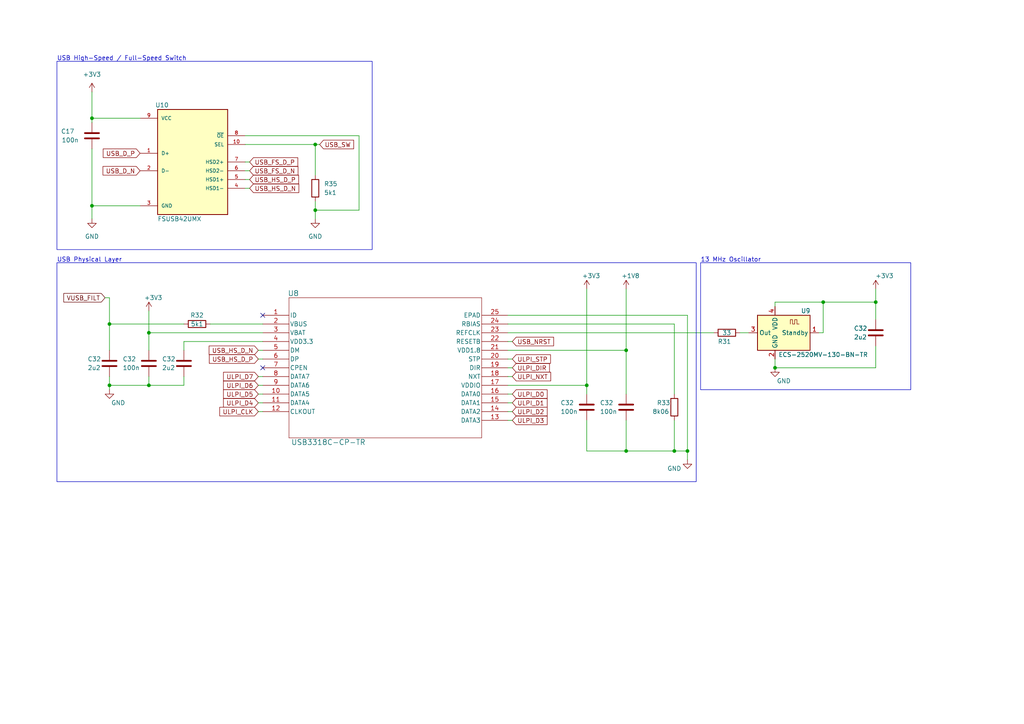
<source format=kicad_sch>
(kicad_sch (version 20230121) (generator eeschema)
  (paper "A4")
  (lib_symbols
    (symbol "Device:C" (pin_numbers hide) (pin_names (offset 0.254))
      (property "Reference" "C" (at 0.635 2.54 0))
      (property "Value" "C" (at 0.635 -2.54 0))
      (symbol "C_0_1"
        (polyline (pts (xy -2.032 -0.762) (xy 2.032 -0.762)) (stroke (width 0.508)))
        (polyline (pts (xy -2.032 0.762) (xy 2.032 0.762)) (stroke (width 0.508)))
      )
      (symbol "C_1_1"
        (pin passive line (at 0 3.81 270) (length 2.794) (name "~") (number "1"))
        (pin passive line (at 0 -3.81 90) (length 2.794) (name "~") (number "2"))
      )
    )
    (symbol "Device:R" (pin_numbers hide) (pin_names (offset 0))
      (property "Reference" "R" (at 2.032 0 90))
      (property "Value" "R" (at 0 0 90))
      (symbol "R_0_1"
        (rectangle (start -1.016 -2.54) (end 1.016 2.54) (stroke (width 0.254)))
      )
      (symbol "R_1_1"
        (pin passive line (at 0 3.81 270) (length 1.27) (name "~") (number "1"))
        (pin passive line (at 0 -3.81 90) (length 1.27) (name "~") (number "2"))
      )
    )
    (symbol "FSUSB42UMX:FSUSB42UMX" (pin_names (offset 1.016))
      (property "Reference" "U" (at -10.16 15.748 0))
      (property "Value" "FSUSB42UMX" (at -10.16 -17.78 0))
      (symbol "FSUSB42UMX_0_0"
        (rectangle (start -10.16 -15.24) (end 10.16 15.24) (stroke (width 0.254)) (fill (type background)))
        (pin bidirectional line (at 15.24 2.54 180) (length 5.08) (name "D+") (number "1"))
        (pin input line (at -15.24 5.08 0) (length 5.08) (name "SEL") (number "10"))
        (pin bidirectional line (at 15.24 -2.54 180) (length 5.08) (name "D-") (number "2"))
        (pin power_in line (at 15.24 -12.7 180) (length 5.08) (name "GND") (number "3"))
        (pin input line (at -15.24 -7.62 0) (length 5.08) (name "HSD1-") (number "4"))
        (pin input line (at -15.24 -5.08 0) (length 5.08) (name "HSD1+") (number "5"))
        (pin input line (at -15.24 -2.54 0) (length 5.08) (name "HSD2-") (number "6"))
        (pin input line (at -15.24 0 0) (length 5.08) (name "HSD2+") (number "7"))
        (pin input line (at -15.24 7.62 0) (length 5.08) (name "~{OE}") (number "8"))
        (pin power_in line (at 15.24 12.7 180) (length 5.08) (name "VCC") (number "9"))
      )
    )
    (symbol "Oscillator:ASDMB-xxxMHz"
      (property "Reference" "U" (at -6.35 6.35 0))
      (property "Value" "ASDMB-xxxMHz" (at 11.43 6.35 0))
      (symbol "ASDMB-xxxMHz_1_1"
        (rectangle (start -7.62 5.08) (end 7.62 -5.08) (stroke (width 0.254)) (fill (type background)))
        (polyline (pts (xy -4.445 2.54) (xy -3.81 2.54) (xy -3.81 3.81) (xy -3.175 3.81) (xy -3.175 2.54) (xy -2.54 2.54) (xy -2.54 3.81) (xy -1.905 3.81) (xy -1.905 2.54)))
        (pin input line (at -10.16 0 0) (length 2.54) (name "Standby") (number "1"))
        (pin power_in line (at 2.54 -7.62 90) (length 2.54) (name "GND") (number "2"))
        (pin output line (at 10.16 0 180) (length 2.54) (name "Out") (number "3"))
        (pin power_in line (at 2.54 7.62 270) (length 2.54) (name "VDD") (number "4"))
      )
    )
    (symbol "USB3318C-CP-TR:USB3318C-CP-TR" (pin_names (offset 0.254))
      (property "Reference" "U" (at 35.56 10.16 0))
      (property "Value" "USB3318C-CP-TR" (at 35.56 7.62 0))
      (symbol "USB3318C-CP-TR_0_1"
        (polyline (pts (xy 7.62 -35.56) (xy 63.5 -35.56)) (stroke (width 0.127)))
        (polyline (pts (xy 7.62 5.08) (xy 7.62 -35.56)) (stroke (width 0.127)))
        (polyline (pts (xy 63.5 -35.56) (xy 63.5 5.08)) (stroke (width 0.127)))
        (polyline (pts (xy 63.5 5.08) (xy 7.62 5.08)) (stroke (width 0.127)))
        (pin input line (at 0 0 0) (length 7.62) (name "ID") (number "1"))
        (pin bidirectional line (at 0 -22.86 0) (length 7.62) (name "DATA5") (number "10"))
        (pin bidirectional line (at 0 -25.4 0) (length 7.62) (name "DATA4") (number "11"))
        (pin output line (at 0 -27.94 0) (length 7.62) (name "CLKOUT") (number "12"))
        (pin bidirectional line (at 71.12 -30.48 180) (length 7.62) (name "DATA3") (number "13"))
        (pin bidirectional line (at 71.12 -27.94 180) (length 7.62) (name "DATA2") (number "14"))
        (pin bidirectional line (at 71.12 -25.4 180) (length 7.62) (name "DATA1") (number "15"))
        (pin bidirectional line (at 71.12 -22.86 180) (length 7.62) (name "DATA0") (number "16"))
        (pin power_in line (at 71.12 -20.32 180) (length 7.62) (name "VDDIO") (number "17"))
        (pin output line (at 71.12 -17.78 180) (length 7.62) (name "NXT") (number "18"))
        (pin output line (at 71.12 -15.24 180) (length 7.62) (name "DIR") (number "19"))
        (pin bidirectional line (at 0 -2.54 0) (length 7.62) (name "VBUS") (number "2"))
        (pin input line (at 71.12 -12.7 180) (length 7.62) (name "STP") (number "20"))
        (pin power_in line (at 71.12 -10.16 180) (length 7.62) (name "VDD1.8") (number "21"))
        (pin input line (at 71.12 -7.62 180) (length 7.62) (name "RESETB") (number "22"))
        (pin input line (at 71.12 -5.08 180) (length 7.62) (name "REFCLK") (number "23"))
        (pin unspecified line (at 71.12 -2.54 180) (length 7.62) (name "RBIAS") (number "24"))
        (pin unspecified line (at 71.12 0 180) (length 7.62) (name "EPAD") (number "25"))
        (pin power_in line (at 0 -5.08 0) (length 7.62) (name "VBAT") (number "3"))
        (pin power_in line (at 0 -7.62 0) (length 7.62) (name "VDD3.3") (number "4"))
        (pin bidirectional line (at 0 -10.16 0) (length 7.62) (name "DM") (number "5"))
        (pin bidirectional line (at 0 -12.7 0) (length 7.62) (name "DP") (number "6"))
        (pin output line (at 0 -15.24 0) (length 7.62) (name "CPEN") (number "7"))
        (pin bidirectional line (at 0 -17.78 0) (length 7.62) (name "DATA7") (number "8"))
        (pin bidirectional line (at 0 -20.32 0) (length 7.62) (name "DATA6") (number "9"))
      )
    )
    (symbol "power:+1V8" (power) (pin_names (offset 0))
      (property "Value" "+1V8" (at 0 3.556 0))
      (symbol "+1V8_0_1"
        (polyline (pts (xy -0.762 1.27) (xy 0 2.54)))
        (polyline (pts (xy 0 0) (xy 0 2.54)))
        (polyline (pts (xy 0 2.54) (xy 0.762 1.27)))
      )
      (symbol "+1V8_1_1"
        (pin power_in line (at 0 0 90) (length 0) hide (name "+1V8") (number "1"))
      )
    )
    (symbol "power:+3V3" (power) (pin_names (offset 0))
      (property "Value" "+3V3" (at 0 3.556 0))
      (symbol "+3V3_0_1"
        (polyline (pts (xy -0.762 1.27) (xy 0 2.54)))
        (polyline (pts (xy 0 0) (xy 0 2.54)))
        (polyline (pts (xy 0 2.54) (xy 0.762 1.27)))
      )
      (symbol "+3V3_1_1"
        (pin power_in line (at 0 0 90) (length 0) hide (name "+3V3") (number "1"))
      )
    )
    (symbol "power:GND" (power) (pin_names (offset 0))
      (property "Value" "GND" (at 0 -3.81 0))
      (symbol "GND_0_1"
        (polyline (pts (xy 0 0) (xy 0 -1.27) (xy 1.27 -1.27) (xy 0 -2.54) (xy -1.27 -1.27) (xy 0 -1.27)))
      )
      (symbol "GND_1_1"
        (pin power_in line (at 0 0 270) (length 0) hide (name "GND") (number "1"))
      )
    )
  )
  (junction (at 224.79 106.68))
  (junction (at 43.18 96.52))
  (junction (at 26.67 34.29))
  (junction (at 181.61 130.81))
  (junction (at 43.18 111.76))
  (junction (at 195.58 130.81))
  (junction (at 91.44 60.96))
  (junction (at 254 87.63))
  (junction (at 238.76 87.63))
  (junction (at 91.44 41.91))
  (junction (at 181.61 101.6))
  (junction (at 26.67 59.69))
  (junction (at 170.18 111.76))
  (junction (at 31.75 111.76))
  (junction (at 199.39 130.81))
  (junction (at 31.75 93.98))
  (no_connect (at 76.2 106.68))
  (no_connect (at 76.2 91.44))
  (wire (pts (xy 237.49 96.52) (xy 238.76 96.52)))
  (wire (pts (xy 148.59 114.3) (xy 147.32 114.3)))
  (wire (pts (xy 74.93 114.3) (xy 76.2 114.3)))
  (wire (pts (xy 53.34 109.22) (xy 53.34 111.76)))
  (wire (pts (xy 72.39 54.61) (xy 71.12 54.61)))
  (wire (pts (xy 26.67 59.69) (xy 40.64 59.69)))
  (wire (pts (xy 43.18 111.76) (xy 53.34 111.76)))
  (wire (pts (xy 254 100.33) (xy 254 106.68)))
  (wire (pts (xy 199.39 130.81) (xy 199.39 133.35)))
  (wire (pts (xy 31.75 86.36) (xy 31.75 93.98)))
  (wire (pts (xy 74.93 101.6) (xy 76.2 101.6)))
  (wire (pts (xy 72.39 46.99) (xy 71.12 46.99)))
  (wire (pts (xy 104.14 39.37) (xy 104.14 60.96)))
  (wire (pts (xy 254 106.68) (xy 224.79 106.68)))
  (wire (pts (xy 181.61 130.81) (xy 195.58 130.81)))
  (wire (pts (xy 31.75 111.76) (xy 31.75 113.03)))
  (wire (pts (xy 195.58 121.92) (xy 195.58 130.81)))
  (wire (pts (xy 104.14 60.96) (xy 91.44 60.96)))
  (wire (pts (xy 238.76 87.63) (xy 238.76 96.52)))
  (wire (pts (xy 224.79 106.68) (xy 224.79 104.14)))
  (wire (pts (xy 214.63 96.52) (xy 217.17 96.52)))
  (wire (pts (xy 91.44 60.96) (xy 91.44 63.5)))
  (wire (pts (xy 195.58 130.81) (xy 199.39 130.81)))
  (wire (pts (xy 195.58 93.98) (xy 195.58 114.3)))
  (wire (pts (xy 224.79 87.63) (xy 238.76 87.63)))
  (wire (pts (xy 170.18 83.82) (xy 170.18 111.76)))
  (wire (pts (xy 148.59 109.22) (xy 147.32 109.22)))
  (wire (pts (xy 181.61 121.92) (xy 181.61 130.81)))
  (wire (pts (xy 43.18 96.52) (xy 76.2 96.52)))
  (wire (pts (xy 195.58 93.98) (xy 147.32 93.98)))
  (wire (pts (xy 91.44 58.42) (xy 91.44 60.96)))
  (wire (pts (xy 74.93 111.76) (xy 76.2 111.76)))
  (wire (pts (xy 254 83.82) (xy 254 87.63)))
  (wire (pts (xy 181.61 101.6) (xy 181.61 114.3)))
  (wire (pts (xy 26.67 35.56) (xy 26.67 34.29)))
  (wire (pts (xy 74.93 104.14) (xy 76.2 104.14)))
  (wire (pts (xy 207.01 96.52) (xy 147.32 96.52)))
  (wire (pts (xy 26.67 26.67) (xy 26.67 34.29)))
  (wire (pts (xy 31.75 111.76) (xy 43.18 111.76)))
  (wire (pts (xy 147.32 111.76) (xy 170.18 111.76)))
  (wire (pts (xy 43.18 90.17) (xy 43.18 96.52)))
  (wire (pts (xy 170.18 121.92) (xy 170.18 130.81)))
  (wire (pts (xy 148.59 104.14) (xy 147.32 104.14)))
  (wire (pts (xy 170.18 111.76) (xy 170.18 114.3)))
  (wire (pts (xy 170.18 130.81) (xy 181.61 130.81)))
  (wire (pts (xy 60.96 93.98) (xy 76.2 93.98)))
  (wire (pts (xy 30.48 86.36) (xy 31.75 86.36)))
  (wire (pts (xy 43.18 96.52) (xy 43.18 101.6)))
  (wire (pts (xy 224.79 88.9) (xy 224.79 87.63)))
  (wire (pts (xy 31.75 93.98) (xy 53.34 93.98)))
  (wire (pts (xy 148.59 106.68) (xy 147.32 106.68)))
  (wire (pts (xy 74.93 119.38) (xy 76.2 119.38)))
  (wire (pts (xy 71.12 41.91) (xy 91.44 41.91)))
  (wire (pts (xy 74.93 116.84) (xy 76.2 116.84)))
  (wire (pts (xy 238.76 87.63) (xy 254 87.63)))
  (wire (pts (xy 31.75 109.22) (xy 31.75 111.76)))
  (wire (pts (xy 199.39 91.44) (xy 147.32 91.44)))
  (wire (pts (xy 71.12 39.37) (xy 104.14 39.37)))
  (wire (pts (xy 26.67 59.69) (xy 26.67 63.5)))
  (wire (pts (xy 199.39 91.44) (xy 199.39 130.81)))
  (wire (pts (xy 43.18 109.22) (xy 43.18 111.76)))
  (wire (pts (xy 147.32 116.84) (xy 148.59 116.84)))
  (wire (pts (xy 254 87.63) (xy 254 92.71)))
  (wire (pts (xy 181.61 83.82) (xy 181.61 101.6)))
  (wire (pts (xy 147.32 119.38) (xy 148.59 119.38)))
  (wire (pts (xy 91.44 41.91) (xy 92.71 41.91)))
  (wire (pts (xy 31.75 93.98) (xy 31.75 101.6)))
  (wire (pts (xy 147.32 101.6) (xy 181.61 101.6)))
  (wire (pts (xy 148.59 99.06) (xy 147.32 99.06)))
  (wire (pts (xy 91.44 41.91) (xy 91.44 50.8)))
  (wire (pts (xy 26.67 34.29) (xy 40.64 34.29)))
  (wire (pts (xy 53.34 99.06) (xy 76.2 99.06)))
  (wire (pts (xy 72.39 49.53) (xy 71.12 49.53)))
  (wire (pts (xy 72.39 52.07) (xy 71.12 52.07)))
  (wire (pts (xy 74.93 109.22) (xy 76.2 109.22)))
  (wire (pts (xy 53.34 101.6) (xy 53.34 99.06)))
  (wire (pts (xy 148.59 121.92) (xy 147.32 121.92)))
  (wire (pts (xy 26.67 43.18) (xy 26.67 59.69)))
  (rectangle (start 16.51 17.78) (end 107.95 72.39))
  (rectangle (start 16.51 76.2) (end 201.93 139.7))
  (rectangle (start 203.2 76.2) (end 264.16 113.03))
  (text "USB High-Speed / Full-Speed Switch" (at 16.51 17.78 0) (effects (font (size 1.27 1.27)) (justify left bottom)))
  (text "USB Physical Layer" (at 16.51 76.2 0) (effects (font (size 1.27 1.27)) (justify left bottom)))
  (text "13 MHz Oscillator" (at 203.2 76.2 0) (effects (font (size 1.27 1.27)) (justify left bottom)))
  (global_label "USB_FS_D_P" (shape input) (at 72.39 46.99 0) (property "Intersheetrefs" "${INTERSHEET_REFS}" (effects hide)))
  (global_label "USB_HS_D_P" (shape input) (at 74.93 104.14 180) (property "Intersheetrefs" "${INTERSHEET_REFS}" (effects hide)))
  (global_label "USB_SW" (shape input) (at 92.71 41.91 0) (property "Intersheetrefs" "${INTERSHEET_REFS}" (effects hide)))
  (global_label "ULPI_D3" (shape input) (at 148.59 121.92 0) (property "Intersheetrefs" "${INTERSHEET_REFS}" (effects hide)))
  (global_label "ULPI_NXT" (shape input) (at 148.59 109.22 0) (property "Intersheetrefs" "${INTERSHEET_REFS}" (effects hide)))
  (global_label "USB_HS_D_P" (shape input) (at 72.39 52.07 0) (property "Intersheetrefs" "${INTERSHEET_REFS}" (effects hide)))
  (global_label "ULPI_D0" (shape input) (at 148.59 114.3 0) (property "Intersheetrefs" "${INTERSHEET_REFS}" (effects hide)))
  (global_label "USB_HS_D_N" (shape input) (at 74.93 101.6 180) (property "Intersheetrefs" "${INTERSHEET_REFS}" (effects hide)))
  (global_label "ULPI_CLK" (shape input) (at 74.93 119.38 180) (property "Intersheetrefs" "${INTERSHEET_REFS}" (effects hide)))
  (global_label "ULPI_D6" (shape input) (at 74.93 111.76 180) (property "Intersheetrefs" "${INTERSHEET_REFS}" (effects hide)))
  (global_label "ULPI_D7" (shape input) (at 74.93 109.22 180) (property "Intersheetrefs" "${INTERSHEET_REFS}" (effects hide)))
  (global_label "ULPI_D2" (shape input) (at 148.59 119.38 0) (property "Intersheetrefs" "${INTERSHEET_REFS}" (effects hide)))
  (global_label "VUSB_FILT" (shape input) (at 30.48 86.36 180) (property "Intersheetrefs" "${INTERSHEET_REFS}" (effects hide)))
  (global_label "USB_FS_D_N" (shape input) (at 72.39 49.53 0) (property "Intersheetrefs" "${INTERSHEET_REFS}" (effects hide)))
  (global_label "ULPI_D5" (shape input) (at 74.93 114.3 180) (property "Intersheetrefs" "${INTERSHEET_REFS}" (effects hide)))
  (global_label "ULPI_D1" (shape input) (at 148.59 116.84 0) (property "Intersheetrefs" "${INTERSHEET_REFS}" (effects hide)))
  (global_label "USB_HS_D_N" (shape input) (at 72.39 54.61 0) (property "Intersheetrefs" "${INTERSHEET_REFS}" (effects hide)))
  (global_label "ULPI_D4" (shape input) (at 74.93 116.84 180) (property "Intersheetrefs" "${INTERSHEET_REFS}" (effects hide)))
  (global_label "USB_D_P" (shape input) (at 40.64 44.45 180) (property "Intersheetrefs" "${INTERSHEET_REFS}" (effects hide)))
  (global_label "USB_NRST" (shape input) (at 148.59 99.06 0) (property "Intersheetrefs" "${INTERSHEET_REFS}" (effects hide)))
  (global_label "USB_D_N" (shape input) (at 40.64 49.53 180) (property "Intersheetrefs" "${INTERSHEET_REFS}" (effects hide)))
  (global_label "ULPI_STP" (shape input) (at 148.59 104.14 0) (property "Intersheetrefs" "${INTERSHEET_REFS}" (effects hide)))
  (global_label "ULPI_DIR" (shape input) (at 148.59 106.68 0) (property "Intersheetrefs" "${INTERSHEET_REFS}" (effects hide)))
  (symbol (lib_id "power:GND") (at 26.67 63.5 0) (unit 1)
    (property "Reference" "#PWR069" (effects hide))
    (property "Value" "GND" (at 26.67 68.58 0))
    (instances (project "dsp-tb" (path "" (reference "#PWR069") (unit 1)) (path "" (reference "#PWR071") (unit 1))))
  )
  (symbol (lib_id "Device:C") (at 43.18 105.41 0) (unit 1)
    (property "Reference" "C32" (at 35.56 104.14 0) (effects (justify left)))
    (property "Value" "100n" (at 35.56 106.68 0) (effects (justify left)))
    (property "Footprint" "Capacitor_SMD:C_0402_1005Metric" (effects hide))
    (instances (project "dsp-tb" (path "" (reference "C32") (unit 1)) (path "" (reference "C41") (unit 1)) (path "" (reference "C54") (unit 1))))
  )
  (symbol (lib_id "power:+1V8") (at 181.61 83.82 0) (unit 1)
    (property "Reference" "#PWR010" (effects hide))
    (property "Value" "+1V8" (at 182.88 80.01 0))
    (instances (project "dsp-tb" (path "" (reference "#PWR010") (unit 1)) (path "" (reference "#PWR063") (unit 1))))
  )
  (symbol (lib_id "Device:C") (at 254 96.52 0) (unit 1)
    (property "Reference" "C32" (at 247.65 95.25 0) (effects (justify left)))
    (property "Value" "2u2" (at 247.65 97.79 0) (effects (justify left)))
    (property "Footprint" "Capacitor_SMD:C_0402_1005Metric" (effects hide))
    (instances (project "dsp-tb" (path "" (reference "C32") (unit 1)) (path "" (reference "C41") (unit 1)) (path "" (reference "C52") (unit 1))))
  )
  (symbol (lib_id "power:GND") (at 199.39 133.35 0) (unit 1)
    (property "Reference" "#PWR062" (effects hide))
    (property "Value" "GND" (at 195.58 135.89 0))
  )
  (symbol (lib_id "power:+3V3") (at 26.67 26.67 0) (unit 1)
    (property "Reference" "#PWR071" (effects hide))
    (property "Value" "+3V3" (at 26.67 21.59 0))
    (instances (project "dsp-tb" (path "" (reference "#PWR071") (unit 1)) (path "" (reference "#PWR070") (unit 1))))
  )
  (symbol (lib_id "FSUSB42UMX:FSUSB42UMX") (at 55.88 46.99 0) (mirror y) (unit 1)
    (property "Reference" "U10" (at 46.99 30.48 0))
    (property "Value" "FSUSB42UMX" (at 52.07 63.5 0))
    (property "Footprint" "footprints:IC_FSUSB42UMX" (effects hide))
    (property "MF" "onsemi" (effects hide))
    (property "Description" "\nUSB Switch IC 1 Channel 10-UMLP (1.8x1.4)\n" (effects hide))
    (property "Package" "None" (effects hide))
    (property "Price" "None" (effects hide))
    (property "Check_prices" "https://www.snapeda.com/parts/FSUSB42UMX/Onsemi/view-part/?ref=eda" (effects hide))
    (property "STANDARD" "Manufacturer Recommendations" (effects hide))
    (property "PARTREV" "1.25" (effects hide))
    (property "SnapEDA_Link" "https://www.snapeda.com/parts/FSUSB42UMX/Onsemi/view-part/?ref=snap" (effects hide))
    (property "MP" "FSUSB42UMX" (effects hide))
    (property "Purchase-URL" "https://pricing.snapeda.com/search?q=FSUSB42UMX&ref=eda" (effects hide))
    (property "Availability" "In Stock" (effects hide))
    (property "MANUFACTURER" "ON Semiconductor" (effects hide))
    (instances (project "dsp-tb" (path "" (reference "U10") (unit 1)) (path "" (reference "U9") (unit 1)) (path "" (reference "U9") (unit 1))))
  )
  (symbol (lib_id "power:GND") (at 31.75 113.03 0) (unit 1)
    (property "Reference" "#PWR061" (effects hide))
    (property "Value" "GND" (at 34.29 116.84 0))
  )
  (symbol (lib_id "USB3318C-CP-TR:USB3318C-CP-TR") (at 76.2 91.44 0) (unit 1)
    (property "Reference" "U8" (at 85.09 85.09 0) (effects (font (size 1.524 1.524))))
    (property "Value" "USB3318C-CP-TR" (at 95.25 128.27 0) (effects (font (size 1.524 1.524))))
    (property "Footprint" "footprints:QFN24_4X4MC_MCH" (effects hide))
    (property "Datasheet" "USB3318C-CP-TR" (effects hide))
    (instances (project "dsp-tb" (path "" (reference "U8") (unit 1)) (path "" (reference "U6") (unit 1))))
  )
  (symbol (lib_id "power:GND") (at 224.79 106.68 0) (unit 1)
    (property "Reference" "#PWR059" (effects hide))
    (property "Value" "GND" (at 227.33 110.49 0))
  )
  (symbol (lib_id "power:GND") (at 91.44 63.5 0) (unit 1)
    (property "Reference" "#PWR069" (effects hide))
    (property "Value" "GND" (at 91.44 68.58 0))
  )
  (symbol (lib_id "Device:C") (at 26.67 39.37 0) (mirror y) (unit 1)
    (property "Reference" "C17" (at 21.59 38.1 0) (effects (justify left)))
    (property "Value" "100n" (at 22.86 40.64 0) (effects (justify left)))
    (property "Footprint" "Capacitor_SMD:C_0402_1005Metric" (effects hide))
    (instances (project "dsp-tb" (path "" (reference "C17") (unit 1)) (path "" (reference "C58") (unit 1)) (path "" (reference "C58") (unit 1))))
  )
  (symbol (lib_id "Device:C") (at 181.61 118.11 0) (unit 1)
    (property "Reference" "C32" (at 173.99 116.84 0) (effects (justify left)))
    (property "Value" "100n" (at 173.99 119.38 0) (effects (justify left)))
    (property "Footprint" "Capacitor_SMD:C_0402_1005Metric" (effects hide))
    (instances (project "dsp-tb" (path "" (reference "C32") (unit 1)) (path "" (reference "C41") (unit 1)) (path "" (reference "C56") (unit 1))))
  )
  (symbol (lib_id "power:+3V3") (at 170.18 83.82 0) (unit 1)
    (property "Reference" "#PWR08" (effects hide))
    (property "Value" "+3V3" (at 171.45 80.01 0))
    (instances (project "dsp-tb" (path "" (reference "#PWR08") (unit 1)) (path "" (reference "#PWR064") (unit 1))))
  )
  (symbol (lib_id "Device:C") (at 53.34 105.41 0) (unit 1)
    (property "Reference" "C32" (at 46.99 104.14 0) (effects (justify left)))
    (property "Value" "2u2" (at 46.99 106.68 0) (effects (justify left)))
    (property "Footprint" "Capacitor_SMD:C_0402_1005Metric" (effects hide))
    (instances (project "dsp-tb" (path "" (reference "C32") (unit 1)) (path "" (reference "C41") (unit 1)) (path "" (reference "C55") (unit 1))))
  )
  (symbol (lib_id "Device:C") (at 31.75 105.41 0) (unit 1)
    (property "Reference" "C32" (at 25.4 104.14 0) (effects (justify left)))
    (property "Value" "2u2" (at 25.4 106.68 0) (effects (justify left)))
    (property "Footprint" "Capacitor_SMD:C_0402_1005Metric" (effects hide))
    (instances (project "dsp-tb" (path "" (reference "C32") (unit 1)) (path "" (reference "C41") (unit 1)) (path "" (reference "C53") (unit 1))))
  )
  (symbol (lib_id "power:+3V3") (at 254 83.82 0) (unit 1)
    (property "Reference" "#PWR08" (effects hide))
    (property "Value" "+3V3" (at 256.54 80.01 0))
    (instances (project "dsp-tb" (path "" (reference "#PWR08") (unit 1)) (path "" (reference "#PWR058") (unit 1))))
  )
  (symbol (lib_id "Device:R") (at 91.44 54.61 0) (unit 1)
    (property "Reference" "R35" (at 93.98 53.34 0) (effects (justify left)))
    (property "Value" "5k1" (at 93.98 55.88 0) (effects (justify left)))
    (property "Footprint" "Resistor_SMD:R_0402_1005Metric" (effects hide))
    (instances (project "dsp-tb" (path "" (reference "R35") (unit 1)) (path "" (reference "R36") (unit 1))))
  )
  (symbol (lib_id "Device:C") (at 170.18 118.11 0) (unit 1)
    (property "Reference" "C32" (at 162.56 116.84 0) (effects (justify left)))
    (property "Value" "100n" (at 162.56 119.38 0) (effects (justify left)))
    (property "Footprint" "Capacitor_SMD:C_0402_1005Metric" (effects hide))
    (instances (project "dsp-tb" (path "" (reference "C32") (unit 1)) (path "" (reference "C41") (unit 1)) (path "" (reference "C57") (unit 1))))
  )
  (symbol (lib_id "Device:R") (at 195.58 118.11 0) (unit 1)
    (property "Reference" "R33" (at 190.5 116.84 0) (effects (justify left)))
    (property "Value" "8k06" (at 189.23 119.38 0) (effects (justify left)))
    (property "Footprint" "Resistor_SMD:R_0402_1005Metric" (effects hide))
  )
  (symbol (lib_id "Device:R") (at 57.15 93.98 90) (unit 1)
    (property "Reference" "R32" (at 57.15 91.44 90))
    (property "Value" "5k1" (at 57.15 93.98 90))
    (property "Footprint" "Resistor_SMD:R_0402_1005Metric" (effects hide))
  )
  (symbol (lib_id "Oscillator:ASDMB-xxxMHz") (at 227.33 96.52 0) (mirror y) (unit 1)
    (property "Reference" "U9" (at 233.68 90.17 0))
    (property "Value" "ECS-2520MV-130-BN-TR" (at 238.76 102.87 0))
    (property "Footprint" "Oscillator:Oscillator_SMD_Abracon_ASDMB-4Pin_2.5x2.0mm" (effects hide))
    (property "Datasheet" "https://abracon.com/Oscillators/ASDMB.pdf" (effects hide))
    (instances (project "dsp-tb" (path "" (reference "U9") (unit 1)) (path "" (reference "U8") (unit 1))))
  )
  (symbol (lib_id "Device:R") (at 210.82 96.52 90) (unit 1)
    (property "Reference" "R31" (at 212.09 99.06 90) (effects (justify left)))
    (property "Value" "33" (at 212.09 96.52 90) (effects (justify left)))
    (property "Footprint" "Resistor_SMD:R_0402_1005Metric" (effects hide))
  )
  (symbol (lib_id "power:+3V3") (at 43.18 90.17 0) (unit 1)
    (property "Reference" "#PWR08" (effects hide))
    (property "Value" "+3V3" (at 44.45 86.36 0))
    (instances (project "dsp-tb" (path "" (reference "#PWR08") (unit 1)) (path "" (reference "#PWR060") (unit 1))))
  )
)
</source>
